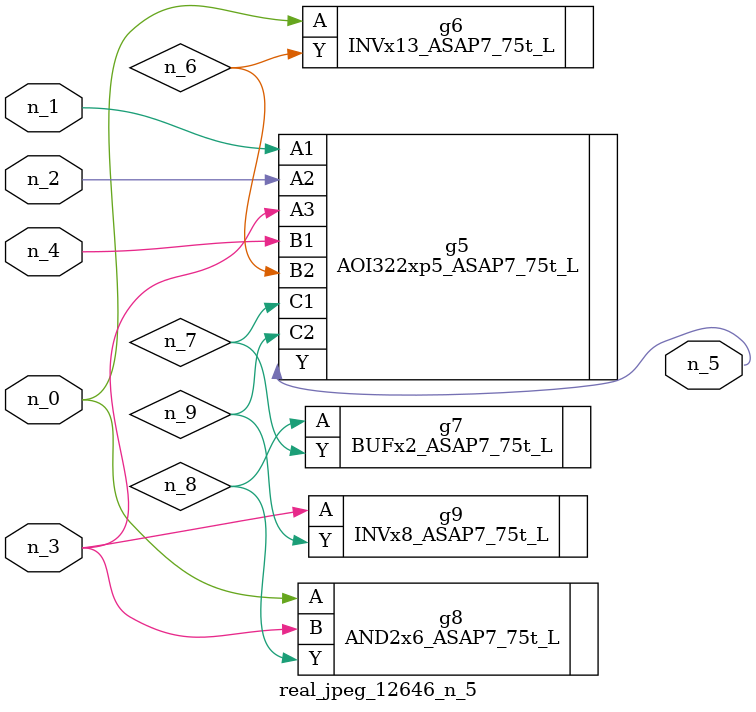
<source format=v>
module real_jpeg_12646_n_5 (n_4, n_0, n_1, n_2, n_3, n_5);

input n_4;
input n_0;
input n_1;
input n_2;
input n_3;

output n_5;

wire n_8;
wire n_6;
wire n_7;
wire n_9;

INVx13_ASAP7_75t_L g6 ( 
.A(n_0),
.Y(n_6)
);

AND2x6_ASAP7_75t_L g8 ( 
.A(n_0),
.B(n_3),
.Y(n_8)
);

AOI322xp5_ASAP7_75t_L g5 ( 
.A1(n_1),
.A2(n_2),
.A3(n_3),
.B1(n_4),
.B2(n_6),
.C1(n_7),
.C2(n_9),
.Y(n_5)
);

INVx8_ASAP7_75t_L g9 ( 
.A(n_3),
.Y(n_9)
);

BUFx2_ASAP7_75t_L g7 ( 
.A(n_8),
.Y(n_7)
);


endmodule
</source>
